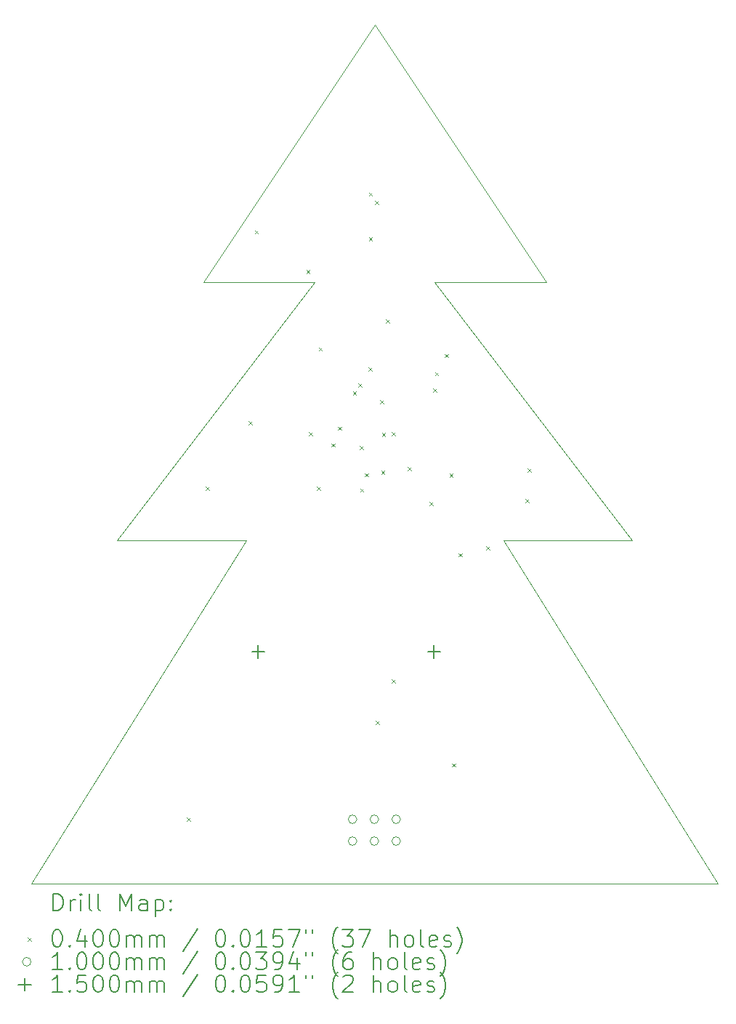
<source format=gbr>
%TF.GenerationSoftware,KiCad,Pcbnew,(6.0.9)*%
%TF.CreationDate,2023-01-09T21:03:26+01:00*%
%TF.ProjectId,christmas_tree,63687269-7374-46d6-9173-5f747265652e,rev?*%
%TF.SameCoordinates,Original*%
%TF.FileFunction,Drillmap*%
%TF.FilePolarity,Positive*%
%FSLAX45Y45*%
G04 Gerber Fmt 4.5, Leading zero omitted, Abs format (unit mm)*
G04 Created by KiCad (PCBNEW (6.0.9)) date 2023-01-09 21:03:26*
%MOMM*%
%LPD*%
G01*
G04 APERTURE LIST*
%ADD10C,0.100000*%
%ADD11C,0.200000*%
%ADD12C,0.040000*%
%ADD13C,0.150000*%
G04 APERTURE END LIST*
D10*
X20200000Y-14600000D02*
X12200000Y-14600000D01*
X16200000Y-4600000D02*
X14200000Y-7600000D01*
X18200000Y-7600000D02*
X16200000Y-4600000D01*
X17700000Y-10600000D02*
X19200000Y-10600000D01*
X14700000Y-10600000D02*
X12200000Y-14600000D01*
X20200000Y-14600000D02*
X17700000Y-10600000D01*
X16900000Y-7600000D02*
X18200000Y-7600000D01*
X15500000Y-7600000D02*
X14200000Y-7600000D01*
X14700000Y-10600000D02*
X13200000Y-10600000D01*
X19200000Y-10600000D02*
X16900000Y-7600000D01*
X15500000Y-7600000D02*
X13200000Y-10600000D01*
D11*
D12*
X14012500Y-13830000D02*
X14052500Y-13870000D01*
X14052500Y-13830000D02*
X14012500Y-13870000D01*
X14229700Y-9975500D02*
X14269700Y-10015500D01*
X14269700Y-9975500D02*
X14229700Y-10015500D01*
X14730000Y-9214390D02*
X14770000Y-9254390D01*
X14770000Y-9214390D02*
X14730000Y-9254390D01*
X14802700Y-6994550D02*
X14842700Y-7034550D01*
X14842700Y-6994550D02*
X14802700Y-7034550D01*
X15404200Y-7456490D02*
X15444200Y-7496490D01*
X15444200Y-7456490D02*
X15404200Y-7496490D01*
X15432800Y-9343940D02*
X15472800Y-9383940D01*
X15472800Y-9343940D02*
X15432800Y-9383940D01*
X15523800Y-9975500D02*
X15563800Y-10015500D01*
X15563800Y-9975500D02*
X15523800Y-10015500D01*
X15547200Y-8355740D02*
X15587200Y-8395740D01*
X15587200Y-8355740D02*
X15547200Y-8395740D01*
X15695500Y-9473870D02*
X15735500Y-9513870D01*
X15735500Y-9473870D02*
X15695500Y-9513870D01*
X15768500Y-9280400D02*
X15808500Y-9320400D01*
X15808500Y-9280400D02*
X15768500Y-9320400D01*
X15946100Y-8867080D02*
X15986100Y-8907080D01*
X15986100Y-8867080D02*
X15946100Y-8907080D01*
X16005900Y-8774920D02*
X16045900Y-8814920D01*
X16045900Y-8774920D02*
X16005900Y-8814920D01*
X16022800Y-9502760D02*
X16062800Y-9542760D01*
X16062800Y-9502760D02*
X16022800Y-9542760D01*
X16028600Y-9998900D02*
X16068600Y-10038900D01*
X16068600Y-9998900D02*
X16028600Y-10038900D01*
X16083000Y-9820940D02*
X16123000Y-9860940D01*
X16123000Y-9820940D02*
X16083000Y-9860940D01*
X16128000Y-8591810D02*
X16168000Y-8631810D01*
X16168000Y-8591810D02*
X16128000Y-8631810D01*
X16130800Y-6553880D02*
X16170800Y-6593880D01*
X16170800Y-6553880D02*
X16130800Y-6593880D01*
X16131200Y-7074890D02*
X16171200Y-7114890D01*
X16171200Y-7074890D02*
X16131200Y-7114890D01*
X16204800Y-6652530D02*
X16244800Y-6692530D01*
X16244800Y-6652530D02*
X16204800Y-6692530D01*
X16209700Y-12707000D02*
X16249700Y-12747000D01*
X16249700Y-12707000D02*
X16209700Y-12747000D01*
X16263200Y-8970210D02*
X16303200Y-9010210D01*
X16303200Y-8970210D02*
X16263200Y-9010210D01*
X16276000Y-9788930D02*
X16316000Y-9828930D01*
X16316000Y-9788930D02*
X16276000Y-9828930D01*
X16282600Y-9354160D02*
X16322600Y-9394160D01*
X16322600Y-9354160D02*
X16282600Y-9394160D01*
X16330000Y-8030000D02*
X16370000Y-8070000D01*
X16370000Y-8030000D02*
X16330000Y-8070000D01*
X16396000Y-9345360D02*
X16436000Y-9385360D01*
X16436000Y-9345360D02*
X16396000Y-9385360D01*
X16397300Y-12223000D02*
X16437300Y-12263000D01*
X16437300Y-12223000D02*
X16397300Y-12263000D01*
X16582500Y-9746960D02*
X16622500Y-9786960D01*
X16622500Y-9746960D02*
X16582500Y-9786960D01*
X16836400Y-10158000D02*
X16876400Y-10198000D01*
X16876400Y-10158000D02*
X16836400Y-10198000D01*
X16879200Y-8835900D02*
X16919200Y-8875900D01*
X16919200Y-8835900D02*
X16879200Y-8875900D01*
X16902600Y-8645420D02*
X16942600Y-8685420D01*
X16942600Y-8645420D02*
X16902600Y-8685420D01*
X17013500Y-8432230D02*
X17053500Y-8472230D01*
X17053500Y-8432230D02*
X17013500Y-8472230D01*
X17070500Y-9823590D02*
X17110500Y-9863590D01*
X17110500Y-9823590D02*
X17070500Y-9863590D01*
X17100000Y-13200000D02*
X17140000Y-13240000D01*
X17140000Y-13200000D02*
X17100000Y-13240000D01*
X17178000Y-10751500D02*
X17218000Y-10791500D01*
X17218000Y-10751500D02*
X17178000Y-10791500D01*
X17498200Y-10674300D02*
X17538200Y-10714300D01*
X17538200Y-10674300D02*
X17498200Y-10714300D01*
X17956960Y-10124410D02*
X17996960Y-10164410D01*
X17996960Y-10124410D02*
X17956960Y-10164410D01*
X17978900Y-9766720D02*
X18018900Y-9806720D01*
X18018900Y-9766720D02*
X17978900Y-9806720D01*
D10*
X15992000Y-13850000D02*
G75*
G03*
X15992000Y-13850000I-50000J0D01*
G01*
X15992000Y-14104000D02*
G75*
G03*
X15992000Y-14104000I-50000J0D01*
G01*
X16246000Y-13850000D02*
G75*
G03*
X16246000Y-13850000I-50000J0D01*
G01*
X16246000Y-14104000D02*
G75*
G03*
X16246000Y-14104000I-50000J0D01*
G01*
X16500000Y-13850000D02*
G75*
G03*
X16500000Y-13850000I-50000J0D01*
G01*
X16500000Y-14104000D02*
G75*
G03*
X16500000Y-14104000I-50000J0D01*
G01*
D13*
X14842500Y-11825000D02*
X14842500Y-11975000D01*
X14767500Y-11900000D02*
X14917500Y-11900000D01*
X16891500Y-11825000D02*
X16891500Y-11975000D01*
X16816500Y-11900000D02*
X16966500Y-11900000D01*
D11*
X12452619Y-14915476D02*
X12452619Y-14715476D01*
X12500238Y-14715476D01*
X12528809Y-14725000D01*
X12547857Y-14744048D01*
X12557381Y-14763095D01*
X12566905Y-14801190D01*
X12566905Y-14829762D01*
X12557381Y-14867857D01*
X12547857Y-14886905D01*
X12528809Y-14905952D01*
X12500238Y-14915476D01*
X12452619Y-14915476D01*
X12652619Y-14915476D02*
X12652619Y-14782143D01*
X12652619Y-14820238D02*
X12662143Y-14801190D01*
X12671667Y-14791667D01*
X12690714Y-14782143D01*
X12709762Y-14782143D01*
X12776428Y-14915476D02*
X12776428Y-14782143D01*
X12776428Y-14715476D02*
X12766905Y-14725000D01*
X12776428Y-14734524D01*
X12785952Y-14725000D01*
X12776428Y-14715476D01*
X12776428Y-14734524D01*
X12900238Y-14915476D02*
X12881190Y-14905952D01*
X12871667Y-14886905D01*
X12871667Y-14715476D01*
X13005000Y-14915476D02*
X12985952Y-14905952D01*
X12976428Y-14886905D01*
X12976428Y-14715476D01*
X13233571Y-14915476D02*
X13233571Y-14715476D01*
X13300238Y-14858333D01*
X13366905Y-14715476D01*
X13366905Y-14915476D01*
X13547857Y-14915476D02*
X13547857Y-14810714D01*
X13538333Y-14791667D01*
X13519286Y-14782143D01*
X13481190Y-14782143D01*
X13462143Y-14791667D01*
X13547857Y-14905952D02*
X13528809Y-14915476D01*
X13481190Y-14915476D01*
X13462143Y-14905952D01*
X13452619Y-14886905D01*
X13452619Y-14867857D01*
X13462143Y-14848809D01*
X13481190Y-14839286D01*
X13528809Y-14839286D01*
X13547857Y-14829762D01*
X13643095Y-14782143D02*
X13643095Y-14982143D01*
X13643095Y-14791667D02*
X13662143Y-14782143D01*
X13700238Y-14782143D01*
X13719286Y-14791667D01*
X13728809Y-14801190D01*
X13738333Y-14820238D01*
X13738333Y-14877381D01*
X13728809Y-14896428D01*
X13719286Y-14905952D01*
X13700238Y-14915476D01*
X13662143Y-14915476D01*
X13643095Y-14905952D01*
X13824048Y-14896428D02*
X13833571Y-14905952D01*
X13824048Y-14915476D01*
X13814524Y-14905952D01*
X13824048Y-14896428D01*
X13824048Y-14915476D01*
X13824048Y-14791667D02*
X13833571Y-14801190D01*
X13824048Y-14810714D01*
X13814524Y-14801190D01*
X13824048Y-14791667D01*
X13824048Y-14810714D01*
D12*
X12155000Y-15225000D02*
X12195000Y-15265000D01*
X12195000Y-15225000D02*
X12155000Y-15265000D01*
D11*
X12490714Y-15135476D02*
X12509762Y-15135476D01*
X12528809Y-15145000D01*
X12538333Y-15154524D01*
X12547857Y-15173571D01*
X12557381Y-15211667D01*
X12557381Y-15259286D01*
X12547857Y-15297381D01*
X12538333Y-15316428D01*
X12528809Y-15325952D01*
X12509762Y-15335476D01*
X12490714Y-15335476D01*
X12471667Y-15325952D01*
X12462143Y-15316428D01*
X12452619Y-15297381D01*
X12443095Y-15259286D01*
X12443095Y-15211667D01*
X12452619Y-15173571D01*
X12462143Y-15154524D01*
X12471667Y-15145000D01*
X12490714Y-15135476D01*
X12643095Y-15316428D02*
X12652619Y-15325952D01*
X12643095Y-15335476D01*
X12633571Y-15325952D01*
X12643095Y-15316428D01*
X12643095Y-15335476D01*
X12824048Y-15202143D02*
X12824048Y-15335476D01*
X12776428Y-15125952D02*
X12728809Y-15268809D01*
X12852619Y-15268809D01*
X12966905Y-15135476D02*
X12985952Y-15135476D01*
X13005000Y-15145000D01*
X13014524Y-15154524D01*
X13024048Y-15173571D01*
X13033571Y-15211667D01*
X13033571Y-15259286D01*
X13024048Y-15297381D01*
X13014524Y-15316428D01*
X13005000Y-15325952D01*
X12985952Y-15335476D01*
X12966905Y-15335476D01*
X12947857Y-15325952D01*
X12938333Y-15316428D01*
X12928809Y-15297381D01*
X12919286Y-15259286D01*
X12919286Y-15211667D01*
X12928809Y-15173571D01*
X12938333Y-15154524D01*
X12947857Y-15145000D01*
X12966905Y-15135476D01*
X13157381Y-15135476D02*
X13176428Y-15135476D01*
X13195476Y-15145000D01*
X13205000Y-15154524D01*
X13214524Y-15173571D01*
X13224048Y-15211667D01*
X13224048Y-15259286D01*
X13214524Y-15297381D01*
X13205000Y-15316428D01*
X13195476Y-15325952D01*
X13176428Y-15335476D01*
X13157381Y-15335476D01*
X13138333Y-15325952D01*
X13128809Y-15316428D01*
X13119286Y-15297381D01*
X13109762Y-15259286D01*
X13109762Y-15211667D01*
X13119286Y-15173571D01*
X13128809Y-15154524D01*
X13138333Y-15145000D01*
X13157381Y-15135476D01*
X13309762Y-15335476D02*
X13309762Y-15202143D01*
X13309762Y-15221190D02*
X13319286Y-15211667D01*
X13338333Y-15202143D01*
X13366905Y-15202143D01*
X13385952Y-15211667D01*
X13395476Y-15230714D01*
X13395476Y-15335476D01*
X13395476Y-15230714D02*
X13405000Y-15211667D01*
X13424048Y-15202143D01*
X13452619Y-15202143D01*
X13471667Y-15211667D01*
X13481190Y-15230714D01*
X13481190Y-15335476D01*
X13576428Y-15335476D02*
X13576428Y-15202143D01*
X13576428Y-15221190D02*
X13585952Y-15211667D01*
X13605000Y-15202143D01*
X13633571Y-15202143D01*
X13652619Y-15211667D01*
X13662143Y-15230714D01*
X13662143Y-15335476D01*
X13662143Y-15230714D02*
X13671667Y-15211667D01*
X13690714Y-15202143D01*
X13719286Y-15202143D01*
X13738333Y-15211667D01*
X13747857Y-15230714D01*
X13747857Y-15335476D01*
X14138333Y-15125952D02*
X13966905Y-15383095D01*
X14395476Y-15135476D02*
X14414524Y-15135476D01*
X14433571Y-15145000D01*
X14443095Y-15154524D01*
X14452619Y-15173571D01*
X14462143Y-15211667D01*
X14462143Y-15259286D01*
X14452619Y-15297381D01*
X14443095Y-15316428D01*
X14433571Y-15325952D01*
X14414524Y-15335476D01*
X14395476Y-15335476D01*
X14376428Y-15325952D01*
X14366905Y-15316428D01*
X14357381Y-15297381D01*
X14347857Y-15259286D01*
X14347857Y-15211667D01*
X14357381Y-15173571D01*
X14366905Y-15154524D01*
X14376428Y-15145000D01*
X14395476Y-15135476D01*
X14547857Y-15316428D02*
X14557381Y-15325952D01*
X14547857Y-15335476D01*
X14538333Y-15325952D01*
X14547857Y-15316428D01*
X14547857Y-15335476D01*
X14681190Y-15135476D02*
X14700238Y-15135476D01*
X14719286Y-15145000D01*
X14728809Y-15154524D01*
X14738333Y-15173571D01*
X14747857Y-15211667D01*
X14747857Y-15259286D01*
X14738333Y-15297381D01*
X14728809Y-15316428D01*
X14719286Y-15325952D01*
X14700238Y-15335476D01*
X14681190Y-15335476D01*
X14662143Y-15325952D01*
X14652619Y-15316428D01*
X14643095Y-15297381D01*
X14633571Y-15259286D01*
X14633571Y-15211667D01*
X14643095Y-15173571D01*
X14652619Y-15154524D01*
X14662143Y-15145000D01*
X14681190Y-15135476D01*
X14938333Y-15335476D02*
X14824048Y-15335476D01*
X14881190Y-15335476D02*
X14881190Y-15135476D01*
X14862143Y-15164048D01*
X14843095Y-15183095D01*
X14824048Y-15192619D01*
X15119286Y-15135476D02*
X15024048Y-15135476D01*
X15014524Y-15230714D01*
X15024048Y-15221190D01*
X15043095Y-15211667D01*
X15090714Y-15211667D01*
X15109762Y-15221190D01*
X15119286Y-15230714D01*
X15128809Y-15249762D01*
X15128809Y-15297381D01*
X15119286Y-15316428D01*
X15109762Y-15325952D01*
X15090714Y-15335476D01*
X15043095Y-15335476D01*
X15024048Y-15325952D01*
X15014524Y-15316428D01*
X15195476Y-15135476D02*
X15328809Y-15135476D01*
X15243095Y-15335476D01*
X15395476Y-15135476D02*
X15395476Y-15173571D01*
X15471667Y-15135476D02*
X15471667Y-15173571D01*
X15766905Y-15411667D02*
X15757381Y-15402143D01*
X15738333Y-15373571D01*
X15728809Y-15354524D01*
X15719286Y-15325952D01*
X15709762Y-15278333D01*
X15709762Y-15240238D01*
X15719286Y-15192619D01*
X15728809Y-15164048D01*
X15738333Y-15145000D01*
X15757381Y-15116428D01*
X15766905Y-15106905D01*
X15824048Y-15135476D02*
X15947857Y-15135476D01*
X15881190Y-15211667D01*
X15909762Y-15211667D01*
X15928809Y-15221190D01*
X15938333Y-15230714D01*
X15947857Y-15249762D01*
X15947857Y-15297381D01*
X15938333Y-15316428D01*
X15928809Y-15325952D01*
X15909762Y-15335476D01*
X15852619Y-15335476D01*
X15833571Y-15325952D01*
X15824048Y-15316428D01*
X16014524Y-15135476D02*
X16147857Y-15135476D01*
X16062143Y-15335476D01*
X16376428Y-15335476D02*
X16376428Y-15135476D01*
X16462143Y-15335476D02*
X16462143Y-15230714D01*
X16452619Y-15211667D01*
X16433571Y-15202143D01*
X16405000Y-15202143D01*
X16385952Y-15211667D01*
X16376428Y-15221190D01*
X16585952Y-15335476D02*
X16566905Y-15325952D01*
X16557381Y-15316428D01*
X16547857Y-15297381D01*
X16547857Y-15240238D01*
X16557381Y-15221190D01*
X16566905Y-15211667D01*
X16585952Y-15202143D01*
X16614524Y-15202143D01*
X16633571Y-15211667D01*
X16643095Y-15221190D01*
X16652619Y-15240238D01*
X16652619Y-15297381D01*
X16643095Y-15316428D01*
X16633571Y-15325952D01*
X16614524Y-15335476D01*
X16585952Y-15335476D01*
X16766905Y-15335476D02*
X16747857Y-15325952D01*
X16738333Y-15306905D01*
X16738333Y-15135476D01*
X16919286Y-15325952D02*
X16900238Y-15335476D01*
X16862143Y-15335476D01*
X16843095Y-15325952D01*
X16833571Y-15306905D01*
X16833571Y-15230714D01*
X16843095Y-15211667D01*
X16862143Y-15202143D01*
X16900238Y-15202143D01*
X16919286Y-15211667D01*
X16928810Y-15230714D01*
X16928810Y-15249762D01*
X16833571Y-15268809D01*
X17005000Y-15325952D02*
X17024048Y-15335476D01*
X17062143Y-15335476D01*
X17081190Y-15325952D01*
X17090714Y-15306905D01*
X17090714Y-15297381D01*
X17081190Y-15278333D01*
X17062143Y-15268809D01*
X17033571Y-15268809D01*
X17014524Y-15259286D01*
X17005000Y-15240238D01*
X17005000Y-15230714D01*
X17014524Y-15211667D01*
X17033571Y-15202143D01*
X17062143Y-15202143D01*
X17081190Y-15211667D01*
X17157381Y-15411667D02*
X17166905Y-15402143D01*
X17185952Y-15373571D01*
X17195476Y-15354524D01*
X17205000Y-15325952D01*
X17214524Y-15278333D01*
X17214524Y-15240238D01*
X17205000Y-15192619D01*
X17195476Y-15164048D01*
X17185952Y-15145000D01*
X17166905Y-15116428D01*
X17157381Y-15106905D01*
D10*
X12195000Y-15509000D02*
G75*
G03*
X12195000Y-15509000I-50000J0D01*
G01*
D11*
X12557381Y-15599476D02*
X12443095Y-15599476D01*
X12500238Y-15599476D02*
X12500238Y-15399476D01*
X12481190Y-15428048D01*
X12462143Y-15447095D01*
X12443095Y-15456619D01*
X12643095Y-15580428D02*
X12652619Y-15589952D01*
X12643095Y-15599476D01*
X12633571Y-15589952D01*
X12643095Y-15580428D01*
X12643095Y-15599476D01*
X12776428Y-15399476D02*
X12795476Y-15399476D01*
X12814524Y-15409000D01*
X12824048Y-15418524D01*
X12833571Y-15437571D01*
X12843095Y-15475667D01*
X12843095Y-15523286D01*
X12833571Y-15561381D01*
X12824048Y-15580428D01*
X12814524Y-15589952D01*
X12795476Y-15599476D01*
X12776428Y-15599476D01*
X12757381Y-15589952D01*
X12747857Y-15580428D01*
X12738333Y-15561381D01*
X12728809Y-15523286D01*
X12728809Y-15475667D01*
X12738333Y-15437571D01*
X12747857Y-15418524D01*
X12757381Y-15409000D01*
X12776428Y-15399476D01*
X12966905Y-15399476D02*
X12985952Y-15399476D01*
X13005000Y-15409000D01*
X13014524Y-15418524D01*
X13024048Y-15437571D01*
X13033571Y-15475667D01*
X13033571Y-15523286D01*
X13024048Y-15561381D01*
X13014524Y-15580428D01*
X13005000Y-15589952D01*
X12985952Y-15599476D01*
X12966905Y-15599476D01*
X12947857Y-15589952D01*
X12938333Y-15580428D01*
X12928809Y-15561381D01*
X12919286Y-15523286D01*
X12919286Y-15475667D01*
X12928809Y-15437571D01*
X12938333Y-15418524D01*
X12947857Y-15409000D01*
X12966905Y-15399476D01*
X13157381Y-15399476D02*
X13176428Y-15399476D01*
X13195476Y-15409000D01*
X13205000Y-15418524D01*
X13214524Y-15437571D01*
X13224048Y-15475667D01*
X13224048Y-15523286D01*
X13214524Y-15561381D01*
X13205000Y-15580428D01*
X13195476Y-15589952D01*
X13176428Y-15599476D01*
X13157381Y-15599476D01*
X13138333Y-15589952D01*
X13128809Y-15580428D01*
X13119286Y-15561381D01*
X13109762Y-15523286D01*
X13109762Y-15475667D01*
X13119286Y-15437571D01*
X13128809Y-15418524D01*
X13138333Y-15409000D01*
X13157381Y-15399476D01*
X13309762Y-15599476D02*
X13309762Y-15466143D01*
X13309762Y-15485190D02*
X13319286Y-15475667D01*
X13338333Y-15466143D01*
X13366905Y-15466143D01*
X13385952Y-15475667D01*
X13395476Y-15494714D01*
X13395476Y-15599476D01*
X13395476Y-15494714D02*
X13405000Y-15475667D01*
X13424048Y-15466143D01*
X13452619Y-15466143D01*
X13471667Y-15475667D01*
X13481190Y-15494714D01*
X13481190Y-15599476D01*
X13576428Y-15599476D02*
X13576428Y-15466143D01*
X13576428Y-15485190D02*
X13585952Y-15475667D01*
X13605000Y-15466143D01*
X13633571Y-15466143D01*
X13652619Y-15475667D01*
X13662143Y-15494714D01*
X13662143Y-15599476D01*
X13662143Y-15494714D02*
X13671667Y-15475667D01*
X13690714Y-15466143D01*
X13719286Y-15466143D01*
X13738333Y-15475667D01*
X13747857Y-15494714D01*
X13747857Y-15599476D01*
X14138333Y-15389952D02*
X13966905Y-15647095D01*
X14395476Y-15399476D02*
X14414524Y-15399476D01*
X14433571Y-15409000D01*
X14443095Y-15418524D01*
X14452619Y-15437571D01*
X14462143Y-15475667D01*
X14462143Y-15523286D01*
X14452619Y-15561381D01*
X14443095Y-15580428D01*
X14433571Y-15589952D01*
X14414524Y-15599476D01*
X14395476Y-15599476D01*
X14376428Y-15589952D01*
X14366905Y-15580428D01*
X14357381Y-15561381D01*
X14347857Y-15523286D01*
X14347857Y-15475667D01*
X14357381Y-15437571D01*
X14366905Y-15418524D01*
X14376428Y-15409000D01*
X14395476Y-15399476D01*
X14547857Y-15580428D02*
X14557381Y-15589952D01*
X14547857Y-15599476D01*
X14538333Y-15589952D01*
X14547857Y-15580428D01*
X14547857Y-15599476D01*
X14681190Y-15399476D02*
X14700238Y-15399476D01*
X14719286Y-15409000D01*
X14728809Y-15418524D01*
X14738333Y-15437571D01*
X14747857Y-15475667D01*
X14747857Y-15523286D01*
X14738333Y-15561381D01*
X14728809Y-15580428D01*
X14719286Y-15589952D01*
X14700238Y-15599476D01*
X14681190Y-15599476D01*
X14662143Y-15589952D01*
X14652619Y-15580428D01*
X14643095Y-15561381D01*
X14633571Y-15523286D01*
X14633571Y-15475667D01*
X14643095Y-15437571D01*
X14652619Y-15418524D01*
X14662143Y-15409000D01*
X14681190Y-15399476D01*
X14814524Y-15399476D02*
X14938333Y-15399476D01*
X14871667Y-15475667D01*
X14900238Y-15475667D01*
X14919286Y-15485190D01*
X14928809Y-15494714D01*
X14938333Y-15513762D01*
X14938333Y-15561381D01*
X14928809Y-15580428D01*
X14919286Y-15589952D01*
X14900238Y-15599476D01*
X14843095Y-15599476D01*
X14824048Y-15589952D01*
X14814524Y-15580428D01*
X15033571Y-15599476D02*
X15071667Y-15599476D01*
X15090714Y-15589952D01*
X15100238Y-15580428D01*
X15119286Y-15551857D01*
X15128809Y-15513762D01*
X15128809Y-15437571D01*
X15119286Y-15418524D01*
X15109762Y-15409000D01*
X15090714Y-15399476D01*
X15052619Y-15399476D01*
X15033571Y-15409000D01*
X15024048Y-15418524D01*
X15014524Y-15437571D01*
X15014524Y-15485190D01*
X15024048Y-15504238D01*
X15033571Y-15513762D01*
X15052619Y-15523286D01*
X15090714Y-15523286D01*
X15109762Y-15513762D01*
X15119286Y-15504238D01*
X15128809Y-15485190D01*
X15300238Y-15466143D02*
X15300238Y-15599476D01*
X15252619Y-15389952D02*
X15205000Y-15532809D01*
X15328809Y-15532809D01*
X15395476Y-15399476D02*
X15395476Y-15437571D01*
X15471667Y-15399476D02*
X15471667Y-15437571D01*
X15766905Y-15675667D02*
X15757381Y-15666143D01*
X15738333Y-15637571D01*
X15728809Y-15618524D01*
X15719286Y-15589952D01*
X15709762Y-15542333D01*
X15709762Y-15504238D01*
X15719286Y-15456619D01*
X15728809Y-15428048D01*
X15738333Y-15409000D01*
X15757381Y-15380428D01*
X15766905Y-15370905D01*
X15928809Y-15399476D02*
X15890714Y-15399476D01*
X15871667Y-15409000D01*
X15862143Y-15418524D01*
X15843095Y-15447095D01*
X15833571Y-15485190D01*
X15833571Y-15561381D01*
X15843095Y-15580428D01*
X15852619Y-15589952D01*
X15871667Y-15599476D01*
X15909762Y-15599476D01*
X15928809Y-15589952D01*
X15938333Y-15580428D01*
X15947857Y-15561381D01*
X15947857Y-15513762D01*
X15938333Y-15494714D01*
X15928809Y-15485190D01*
X15909762Y-15475667D01*
X15871667Y-15475667D01*
X15852619Y-15485190D01*
X15843095Y-15494714D01*
X15833571Y-15513762D01*
X16185952Y-15599476D02*
X16185952Y-15399476D01*
X16271667Y-15599476D02*
X16271667Y-15494714D01*
X16262143Y-15475667D01*
X16243095Y-15466143D01*
X16214524Y-15466143D01*
X16195476Y-15475667D01*
X16185952Y-15485190D01*
X16395476Y-15599476D02*
X16376428Y-15589952D01*
X16366905Y-15580428D01*
X16357381Y-15561381D01*
X16357381Y-15504238D01*
X16366905Y-15485190D01*
X16376428Y-15475667D01*
X16395476Y-15466143D01*
X16424048Y-15466143D01*
X16443095Y-15475667D01*
X16452619Y-15485190D01*
X16462143Y-15504238D01*
X16462143Y-15561381D01*
X16452619Y-15580428D01*
X16443095Y-15589952D01*
X16424048Y-15599476D01*
X16395476Y-15599476D01*
X16576428Y-15599476D02*
X16557381Y-15589952D01*
X16547857Y-15570905D01*
X16547857Y-15399476D01*
X16728809Y-15589952D02*
X16709762Y-15599476D01*
X16671667Y-15599476D01*
X16652619Y-15589952D01*
X16643095Y-15570905D01*
X16643095Y-15494714D01*
X16652619Y-15475667D01*
X16671667Y-15466143D01*
X16709762Y-15466143D01*
X16728809Y-15475667D01*
X16738333Y-15494714D01*
X16738333Y-15513762D01*
X16643095Y-15532809D01*
X16814524Y-15589952D02*
X16833571Y-15599476D01*
X16871667Y-15599476D01*
X16890714Y-15589952D01*
X16900238Y-15570905D01*
X16900238Y-15561381D01*
X16890714Y-15542333D01*
X16871667Y-15532809D01*
X16843095Y-15532809D01*
X16824048Y-15523286D01*
X16814524Y-15504238D01*
X16814524Y-15494714D01*
X16824048Y-15475667D01*
X16843095Y-15466143D01*
X16871667Y-15466143D01*
X16890714Y-15475667D01*
X16966905Y-15675667D02*
X16976429Y-15666143D01*
X16995476Y-15637571D01*
X17005000Y-15618524D01*
X17014524Y-15589952D01*
X17024048Y-15542333D01*
X17024048Y-15504238D01*
X17014524Y-15456619D01*
X17005000Y-15428048D01*
X16995476Y-15409000D01*
X16976429Y-15380428D01*
X16966905Y-15370905D01*
D13*
X12120000Y-15698000D02*
X12120000Y-15848000D01*
X12045000Y-15773000D02*
X12195000Y-15773000D01*
D11*
X12557381Y-15863476D02*
X12443095Y-15863476D01*
X12500238Y-15863476D02*
X12500238Y-15663476D01*
X12481190Y-15692048D01*
X12462143Y-15711095D01*
X12443095Y-15720619D01*
X12643095Y-15844428D02*
X12652619Y-15853952D01*
X12643095Y-15863476D01*
X12633571Y-15853952D01*
X12643095Y-15844428D01*
X12643095Y-15863476D01*
X12833571Y-15663476D02*
X12738333Y-15663476D01*
X12728809Y-15758714D01*
X12738333Y-15749190D01*
X12757381Y-15739667D01*
X12805000Y-15739667D01*
X12824048Y-15749190D01*
X12833571Y-15758714D01*
X12843095Y-15777762D01*
X12843095Y-15825381D01*
X12833571Y-15844428D01*
X12824048Y-15853952D01*
X12805000Y-15863476D01*
X12757381Y-15863476D01*
X12738333Y-15853952D01*
X12728809Y-15844428D01*
X12966905Y-15663476D02*
X12985952Y-15663476D01*
X13005000Y-15673000D01*
X13014524Y-15682524D01*
X13024048Y-15701571D01*
X13033571Y-15739667D01*
X13033571Y-15787286D01*
X13024048Y-15825381D01*
X13014524Y-15844428D01*
X13005000Y-15853952D01*
X12985952Y-15863476D01*
X12966905Y-15863476D01*
X12947857Y-15853952D01*
X12938333Y-15844428D01*
X12928809Y-15825381D01*
X12919286Y-15787286D01*
X12919286Y-15739667D01*
X12928809Y-15701571D01*
X12938333Y-15682524D01*
X12947857Y-15673000D01*
X12966905Y-15663476D01*
X13157381Y-15663476D02*
X13176428Y-15663476D01*
X13195476Y-15673000D01*
X13205000Y-15682524D01*
X13214524Y-15701571D01*
X13224048Y-15739667D01*
X13224048Y-15787286D01*
X13214524Y-15825381D01*
X13205000Y-15844428D01*
X13195476Y-15853952D01*
X13176428Y-15863476D01*
X13157381Y-15863476D01*
X13138333Y-15853952D01*
X13128809Y-15844428D01*
X13119286Y-15825381D01*
X13109762Y-15787286D01*
X13109762Y-15739667D01*
X13119286Y-15701571D01*
X13128809Y-15682524D01*
X13138333Y-15673000D01*
X13157381Y-15663476D01*
X13309762Y-15863476D02*
X13309762Y-15730143D01*
X13309762Y-15749190D02*
X13319286Y-15739667D01*
X13338333Y-15730143D01*
X13366905Y-15730143D01*
X13385952Y-15739667D01*
X13395476Y-15758714D01*
X13395476Y-15863476D01*
X13395476Y-15758714D02*
X13405000Y-15739667D01*
X13424048Y-15730143D01*
X13452619Y-15730143D01*
X13471667Y-15739667D01*
X13481190Y-15758714D01*
X13481190Y-15863476D01*
X13576428Y-15863476D02*
X13576428Y-15730143D01*
X13576428Y-15749190D02*
X13585952Y-15739667D01*
X13605000Y-15730143D01*
X13633571Y-15730143D01*
X13652619Y-15739667D01*
X13662143Y-15758714D01*
X13662143Y-15863476D01*
X13662143Y-15758714D02*
X13671667Y-15739667D01*
X13690714Y-15730143D01*
X13719286Y-15730143D01*
X13738333Y-15739667D01*
X13747857Y-15758714D01*
X13747857Y-15863476D01*
X14138333Y-15653952D02*
X13966905Y-15911095D01*
X14395476Y-15663476D02*
X14414524Y-15663476D01*
X14433571Y-15673000D01*
X14443095Y-15682524D01*
X14452619Y-15701571D01*
X14462143Y-15739667D01*
X14462143Y-15787286D01*
X14452619Y-15825381D01*
X14443095Y-15844428D01*
X14433571Y-15853952D01*
X14414524Y-15863476D01*
X14395476Y-15863476D01*
X14376428Y-15853952D01*
X14366905Y-15844428D01*
X14357381Y-15825381D01*
X14347857Y-15787286D01*
X14347857Y-15739667D01*
X14357381Y-15701571D01*
X14366905Y-15682524D01*
X14376428Y-15673000D01*
X14395476Y-15663476D01*
X14547857Y-15844428D02*
X14557381Y-15853952D01*
X14547857Y-15863476D01*
X14538333Y-15853952D01*
X14547857Y-15844428D01*
X14547857Y-15863476D01*
X14681190Y-15663476D02*
X14700238Y-15663476D01*
X14719286Y-15673000D01*
X14728809Y-15682524D01*
X14738333Y-15701571D01*
X14747857Y-15739667D01*
X14747857Y-15787286D01*
X14738333Y-15825381D01*
X14728809Y-15844428D01*
X14719286Y-15853952D01*
X14700238Y-15863476D01*
X14681190Y-15863476D01*
X14662143Y-15853952D01*
X14652619Y-15844428D01*
X14643095Y-15825381D01*
X14633571Y-15787286D01*
X14633571Y-15739667D01*
X14643095Y-15701571D01*
X14652619Y-15682524D01*
X14662143Y-15673000D01*
X14681190Y-15663476D01*
X14928809Y-15663476D02*
X14833571Y-15663476D01*
X14824048Y-15758714D01*
X14833571Y-15749190D01*
X14852619Y-15739667D01*
X14900238Y-15739667D01*
X14919286Y-15749190D01*
X14928809Y-15758714D01*
X14938333Y-15777762D01*
X14938333Y-15825381D01*
X14928809Y-15844428D01*
X14919286Y-15853952D01*
X14900238Y-15863476D01*
X14852619Y-15863476D01*
X14833571Y-15853952D01*
X14824048Y-15844428D01*
X15033571Y-15863476D02*
X15071667Y-15863476D01*
X15090714Y-15853952D01*
X15100238Y-15844428D01*
X15119286Y-15815857D01*
X15128809Y-15777762D01*
X15128809Y-15701571D01*
X15119286Y-15682524D01*
X15109762Y-15673000D01*
X15090714Y-15663476D01*
X15052619Y-15663476D01*
X15033571Y-15673000D01*
X15024048Y-15682524D01*
X15014524Y-15701571D01*
X15014524Y-15749190D01*
X15024048Y-15768238D01*
X15033571Y-15777762D01*
X15052619Y-15787286D01*
X15090714Y-15787286D01*
X15109762Y-15777762D01*
X15119286Y-15768238D01*
X15128809Y-15749190D01*
X15319286Y-15863476D02*
X15205000Y-15863476D01*
X15262143Y-15863476D02*
X15262143Y-15663476D01*
X15243095Y-15692048D01*
X15224048Y-15711095D01*
X15205000Y-15720619D01*
X15395476Y-15663476D02*
X15395476Y-15701571D01*
X15471667Y-15663476D02*
X15471667Y-15701571D01*
X15766905Y-15939667D02*
X15757381Y-15930143D01*
X15738333Y-15901571D01*
X15728809Y-15882524D01*
X15719286Y-15853952D01*
X15709762Y-15806333D01*
X15709762Y-15768238D01*
X15719286Y-15720619D01*
X15728809Y-15692048D01*
X15738333Y-15673000D01*
X15757381Y-15644428D01*
X15766905Y-15634905D01*
X15833571Y-15682524D02*
X15843095Y-15673000D01*
X15862143Y-15663476D01*
X15909762Y-15663476D01*
X15928809Y-15673000D01*
X15938333Y-15682524D01*
X15947857Y-15701571D01*
X15947857Y-15720619D01*
X15938333Y-15749190D01*
X15824048Y-15863476D01*
X15947857Y-15863476D01*
X16185952Y-15863476D02*
X16185952Y-15663476D01*
X16271667Y-15863476D02*
X16271667Y-15758714D01*
X16262143Y-15739667D01*
X16243095Y-15730143D01*
X16214524Y-15730143D01*
X16195476Y-15739667D01*
X16185952Y-15749190D01*
X16395476Y-15863476D02*
X16376428Y-15853952D01*
X16366905Y-15844428D01*
X16357381Y-15825381D01*
X16357381Y-15768238D01*
X16366905Y-15749190D01*
X16376428Y-15739667D01*
X16395476Y-15730143D01*
X16424048Y-15730143D01*
X16443095Y-15739667D01*
X16452619Y-15749190D01*
X16462143Y-15768238D01*
X16462143Y-15825381D01*
X16452619Y-15844428D01*
X16443095Y-15853952D01*
X16424048Y-15863476D01*
X16395476Y-15863476D01*
X16576428Y-15863476D02*
X16557381Y-15853952D01*
X16547857Y-15834905D01*
X16547857Y-15663476D01*
X16728809Y-15853952D02*
X16709762Y-15863476D01*
X16671667Y-15863476D01*
X16652619Y-15853952D01*
X16643095Y-15834905D01*
X16643095Y-15758714D01*
X16652619Y-15739667D01*
X16671667Y-15730143D01*
X16709762Y-15730143D01*
X16728809Y-15739667D01*
X16738333Y-15758714D01*
X16738333Y-15777762D01*
X16643095Y-15796809D01*
X16814524Y-15853952D02*
X16833571Y-15863476D01*
X16871667Y-15863476D01*
X16890714Y-15853952D01*
X16900238Y-15834905D01*
X16900238Y-15825381D01*
X16890714Y-15806333D01*
X16871667Y-15796809D01*
X16843095Y-15796809D01*
X16824048Y-15787286D01*
X16814524Y-15768238D01*
X16814524Y-15758714D01*
X16824048Y-15739667D01*
X16843095Y-15730143D01*
X16871667Y-15730143D01*
X16890714Y-15739667D01*
X16966905Y-15939667D02*
X16976429Y-15930143D01*
X16995476Y-15901571D01*
X17005000Y-15882524D01*
X17014524Y-15853952D01*
X17024048Y-15806333D01*
X17024048Y-15768238D01*
X17014524Y-15720619D01*
X17005000Y-15692048D01*
X16995476Y-15673000D01*
X16976429Y-15644428D01*
X16966905Y-15634905D01*
M02*

</source>
